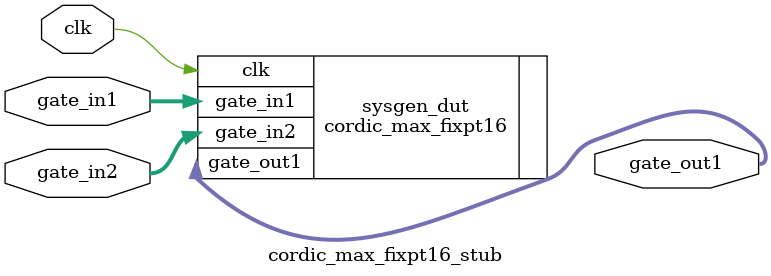
<source format=v>
`timescale 1 ns / 10 ps
module cordic_max_fixpt16_stub (
  input [16-1:0] gate_in1,
  input [16-1:0] gate_in2,
  input clk,
  output [16-1:0] gate_out1
);
  cordic_max_fixpt16 sysgen_dut (
    .gate_in1(gate_in1),
    .gate_in2(gate_in2),
    .clk(clk),
    .gate_out1(gate_out1)
  );
endmodule

</source>
